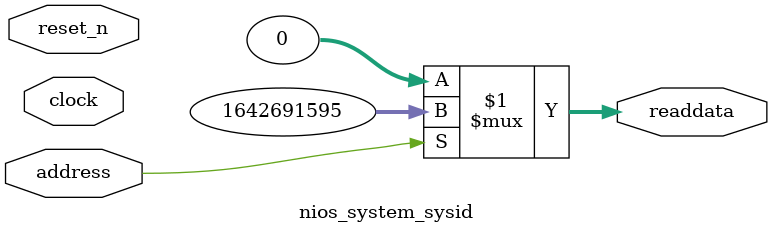
<source format=v>



// synthesis translate_off
`timescale 1ns / 1ps
// synthesis translate_on

// turn off superfluous verilog processor warnings 
// altera message_level Level1 
// altera message_off 10034 10035 10036 10037 10230 10240 10030 

module nios_system_sysid (
               // inputs:
                address,
                clock,
                reset_n,

               // outputs:
                readdata
             )
;

  output  [ 31: 0] readdata;
  input            address;
  input            clock;
  input            reset_n;

  wire    [ 31: 0] readdata;
  //control_slave, which is an e_avalon_slave
  assign readdata = address ? 1642691595 : 0;

endmodule



</source>
